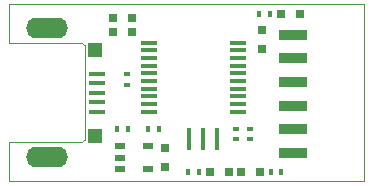
<source format=gbr>
G04 GENERATED BY PULSONIX 7.0 GERBER.DLL 4573*
%INI2C_TO_USB_BRIDGE_V1_0_2*%
%LNGERBER_PASTE_TOP*%
%FSLAX33Y33*%
%IPPOS*%
%LPD*%
%OFA0B0*%
%MOMM*%
%ADD135R,0.711X0.762*%
%ADD141R,0.349X0.549*%
%ADD344R,1.149X1.149*%
%ADD1154C,0.050*%
%ADD5715R,0.349X1.949*%
%ADD6198R,0.762X0.711*%
%ADD6199R,1.394X0.356*%
%ADD6200R,0.851X0.597*%
%ADD6201R,1.449X0.449*%
%ADD6202O,3.549X1.749*%
%ADD6203R,0.549X0.349*%
%ADD6204R,2.449X0.849*%
X0Y0D02*
D02*
D135*
X128053Y119615D03*
Y121240D03*
X136253Y129615D03*
Y131240D03*
D02*
D141*
X124003Y122828D03*
X124903D03*
X126603D03*
X127503D03*
X130003Y119228D03*
X130903D03*
X136003Y132628D03*
X136903D03*
X137003Y119228D03*
X137903D03*
D02*
D344*
X122153Y122278D03*
Y129577D03*
D02*
D1154*
X114853Y133428D02*
X144853D01*
Y118428*
X114853*
Y121728*
X121053*
G75*
G03X121253Y121928J200*
G01*
Y129928*
G75*
G03X121053Y130128I-200*
G01*
X114853*
Y133428*
D02*
D5715*
X130053Y122028D03*
X131253D03*
X132453D03*
D02*
D6198*
X123640Y131028D03*
Y132228D03*
X125266Y131028D03*
Y132228D03*
X131840Y119228D03*
X133466D03*
X134440D03*
X136066D03*
X137840Y132628D03*
X139466D03*
D02*
D6199*
X126703Y124308D03*
Y124958D03*
Y125608D03*
Y126258D03*
Y126908D03*
Y127558D03*
Y128208D03*
Y128857D03*
Y129508D03*
Y130158D03*
X134203Y124308D03*
Y124958D03*
Y125608D03*
Y126258D03*
Y126908D03*
Y127558D03*
Y128208D03*
Y128857D03*
Y129508D03*
Y130158D03*
D02*
D6200*
X124259Y119462D03*
Y120428D03*
Y121393D03*
X126647Y119462D03*
Y121393D03*
D02*
D6201*
X122303Y124328D03*
Y125128D03*
Y125928D03*
Y126728D03*
Y127528D03*
D02*
D6202*
X118053Y120478D03*
Y131378D03*
D02*
D6203*
X124853Y126578D03*
Y127478D03*
X134053Y121978D03*
Y122878D03*
X135253Y121978D03*
Y122878D03*
D02*
D6204*
X138853Y120828D03*
Y122828D03*
Y124828D03*
Y126828D03*
Y128827D03*
Y130827D03*
X0Y0D02*
M02*

</source>
